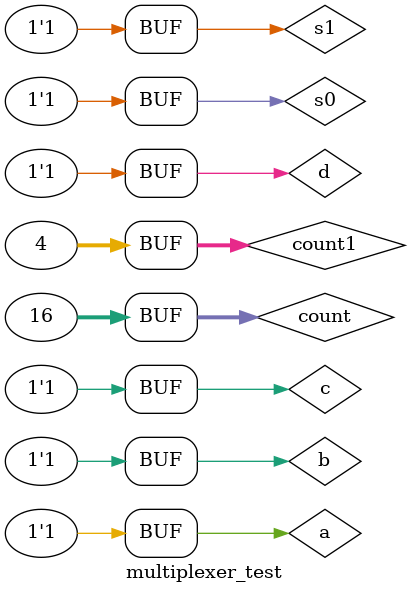
<source format=v>
module multiplexer_test;
wire out;
reg a,b, c, d;
reg s0, s1;
integer count, count1;
multiplexer gate(out, a, b, c, d, s0, s1);
initial begin
	for(count=0; count<16; count=count+1)
	begin
	for(count1=0; count1<4; count1=count1+1)
	begin
		{a,b,c,d} = count;
		{s0, s1} = count1;
		#10;
	end
	end
	end
endmodule 
</source>
